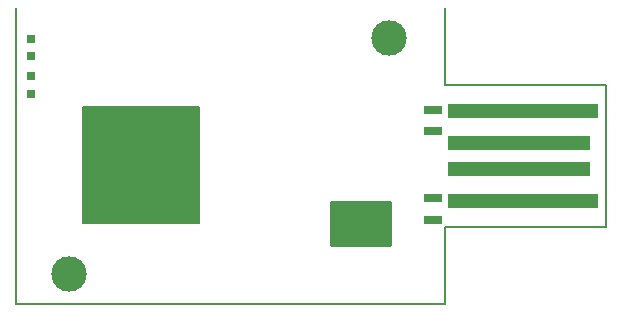
<source format=gbs>
G04 (created by PCBNEW (2013-05-16 BZR 4016)-stable) date 11. 1. 2014 1:24:09*
%MOIN*%
G04 Gerber Fmt 3.4, Leading zero omitted, Abs format*
%FSLAX34Y34*%
G01*
G70*
G90*
G04 APERTURE LIST*
%ADD10C,0.00590551*%
%ADD11R,0.0629921X0.0314961*%
%ADD12R,0.0314961X0.0314961*%
%ADD13C,0.11811*%
%ADD14R,0.5X0.05*%
%ADD15R,0.472441X0.05*%
%ADD16C,0.00787402*%
%ADD17C,0.01*%
G04 APERTURE END LIST*
G54D10*
X20795Y-20510D02*
X20795Y-10667D01*
X35106Y-13206D02*
X35106Y-10667D01*
X40480Y-13206D02*
X35106Y-13206D01*
X35106Y-17970D02*
X35106Y-20510D01*
X40480Y-17970D02*
X35106Y-17970D01*
X40480Y-13206D02*
X40480Y-17970D01*
X35106Y-20510D02*
X20795Y-20510D01*
G54D11*
X34702Y-17704D03*
X34702Y-16996D03*
X34712Y-14752D03*
X34712Y-14043D03*
G54D12*
X21306Y-13521D03*
X21306Y-12931D03*
X21306Y-11671D03*
X21306Y-12262D03*
G54D13*
X33236Y-11651D03*
X22566Y-19525D03*
G54D14*
X37704Y-17088D03*
X37704Y-14088D03*
G54D15*
X37582Y-15163D03*
X37582Y-16014D03*
G54D10*
G36*
X26897Y-17813D02*
X23039Y-17813D01*
X23039Y-13954D01*
X26897Y-13954D01*
X26897Y-17813D01*
X26897Y-17813D01*
G37*
G54D16*
X26897Y-17813D02*
X23039Y-17813D01*
X23039Y-13954D01*
X26897Y-13954D01*
X26897Y-17813D01*
G54D10*
G36*
X33264Y-18570D02*
X31317Y-18570D01*
X31317Y-18511D01*
X31308Y-17125D01*
X33264Y-17125D01*
X33264Y-18570D01*
X33264Y-18570D01*
G37*
G54D17*
X33264Y-18570D02*
X31317Y-18570D01*
X31317Y-18511D01*
X31308Y-17125D01*
X33264Y-17125D01*
X33264Y-18570D01*
M02*

</source>
